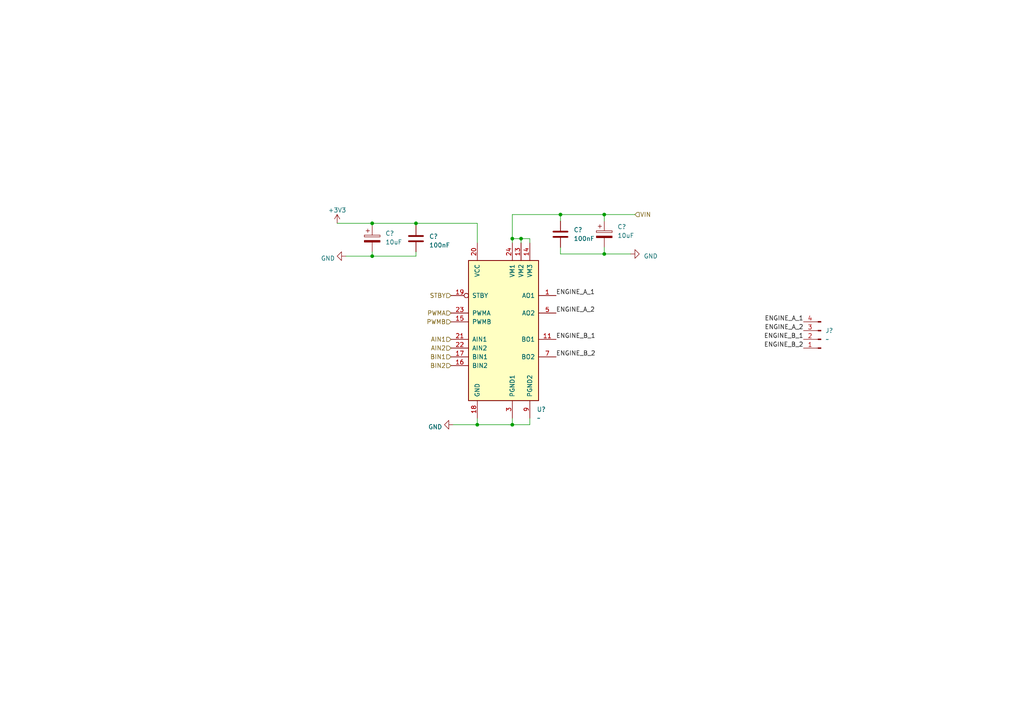
<source format=kicad_sch>
(kicad_sch (version 20230121) (generator eeschema)
  (paper "A4")
  (lib_symbols
    (symbol "Connector:Conn_01x04_Male" (pin_names (offset 1.016) hide)
      (property "Reference" "J" (at 0 5.08 0))
      (property "Value" "Conn_01x04_Male" (at 0 -7.62 0))
      (symbol "Conn_01x04_Male_1_1"
        (polyline (pts (xy 1.27 -5.08) (xy 0.8636 -5.08)) (stroke (width 0.1524)))
        (polyline (pts (xy 1.27 -2.54) (xy 0.8636 -2.54)) (stroke (width 0.1524)))
        (polyline (pts (xy 1.27 0) (xy 0.8636 0)) (stroke (width 0.1524)))
        (polyline (pts (xy 1.27 2.54) (xy 0.8636 2.54)) (stroke (width 0.1524)))
        (rectangle (start 0.8636 -4.953) (end 0 -5.207) (stroke (width 0.1524)) (fill (type outline)))
        (rectangle (start 0.8636 -2.413) (end 0 -2.667) (stroke (width 0.1524)) (fill (type outline)))
        (rectangle (start 0.8636 0.127) (end 0 -0.127) (stroke (width 0.1524)) (fill (type outline)))
        (rectangle (start 0.8636 2.667) (end 0 2.413) (stroke (width 0.1524)) (fill (type outline)))
        (pin passive line (at 5.08 2.54 180) (length 3.81) (name "Pin_1") (number "1"))
        (pin passive line (at 5.08 0 180) (length 3.81) (name "Pin_2") (number "2"))
        (pin passive line (at 5.08 -2.54 180) (length 3.81) (name "Pin_3") (number "3"))
        (pin passive line (at 5.08 -5.08 180) (length 3.81) (name "Pin_4") (number "4"))
      )
    )
    (symbol "Device:C" (pin_numbers hide) (pin_names (offset 0.254))
      (property "Reference" "C" (at 0.635 2.54 0))
      (property "Value" "C" (at 0.635 -2.54 0))
      (symbol "C_0_1"
        (polyline (pts (xy -2.032 -0.762) (xy 2.032 -0.762)) (stroke (width 0.508)))
        (polyline (pts (xy -2.032 0.762) (xy 2.032 0.762)) (stroke (width 0.508)))
      )
      (symbol "C_1_1"
        (pin passive line (at 0 3.81 270) (length 2.794) (name "~") (number "1"))
        (pin passive line (at 0 -3.81 90) (length 2.794) (name "~") (number "2"))
      )
    )
    (symbol "Device:C_Polarized" (pin_numbers hide) (pin_names (offset 0.254))
      (property "Reference" "C" (at 0.635 2.54 0))
      (property "Value" "C_Polarized" (at 0.635 -2.54 0))
      (symbol "C_Polarized_0_1"
        (rectangle (start -2.286 0.508) (end 2.286 1.016))
        (polyline (pts (xy -1.778 2.286) (xy -0.762 2.286)))
        (polyline (pts (xy -1.27 2.794) (xy -1.27 1.778)))
        (rectangle (start 2.286 -0.508) (end -2.286 -1.016) (fill (type outline)))
      )
      (symbol "C_Polarized_1_1"
        (pin passive line (at 0 3.81 270) (length 2.794) (name "~") (number "1"))
        (pin passive line (at 0 -3.81 90) (length 2.794) (name "~") (number "2"))
      )
    )
    (symbol "Driver_Motor:TB6612FNG" (pin_names (offset 1.016))
      (property "Reference" "U" (at 11.43 17.78 0))
      (property "Value" "TB6612FNG" (at 11.43 15.24 0))
      (symbol "TB6612FNG_0_1"
        (rectangle (start -10.16 20.32) (end 10.16 -20.32) (stroke (width 0.254)) (fill (type background)))
      )
      (symbol "TB6612FNG_1_1"
        (pin output line (at 15.24 10.16 180) (length 5.08) (name "AO1") (number "1"))
        (pin passive line (at 7.62 -25.4 90) (length 5.08) hide (name "PGND2") (number "10"))
        (pin output line (at 15.24 -2.54 180) (length 5.08) (name "BO1") (number "11"))
        (pin passive line (at 15.24 -2.54 180) (length 5.08) hide (name "BO1") (number "12"))
        (pin power_in line (at 5.08 25.4 270) (length 5.08) (name "VM2") (number "13"))
        (pin power_in line (at 7.62 25.4 270) (length 5.08) (name "VM3") (number "14"))
        (pin input line (at -15.24 2.54 0) (length 5.08) (name "PWMB") (number "15"))
        (pin input line (at -15.24 -10.16 0) (length 5.08) (name "BIN2") (number "16"))
        (pin input line (at -15.24 -7.62 0) (length 5.08) (name "BIN1") (number "17"))
        (pin power_in line (at -7.62 -25.4 90) (length 5.08) (name "GND") (number "18"))
        (pin input inverted (at -15.24 10.16 0) (length 5.08) (name "STBY") (number "19"))
        (pin passive line (at 15.24 10.16 180) (length 5.08) hide (name "AO1") (number "2"))
        (pin power_in line (at -7.62 25.4 270) (length 5.08) (name "VCC") (number "20"))
        (pin input line (at -15.24 -2.54 0) (length 5.08) (name "AIN1") (number "21"))
        (pin input line (at -15.24 -5.08 0) (length 5.08) (name "AIN2") (number "22"))
        (pin input line (at -15.24 5.08 0) (length 5.08) (name "PWMA") (number "23"))
        (pin power_in line (at 2.54 25.4 270) (length 5.08) (name "VM1") (number "24"))
        (pin power_in line (at 2.54 -25.4 90) (length 5.08) (name "PGND1") (number "3"))
        (pin passive line (at 2.54 -25.4 90) (length 5.08) hide (name "PGND1") (number "4"))
        (pin output line (at 15.24 5.08 180) (length 5.08) (name "AO2") (number "5"))
        (pin passive line (at 15.24 5.08 180) (length 5.08) hide (name "AO2") (number "6"))
        (pin output line (at 15.24 -7.62 180) (length 5.08) (name "BO2") (number "7"))
        (pin passive line (at 15.24 -7.62 180) (length 5.08) hide (name "BO2") (number "8"))
        (pin power_in line (at 7.62 -25.4 90) (length 5.08) (name "PGND2") (number "9"))
      )
    )
    (symbol "power:+3V3" (power) (pin_names (offset 0))
      (property "Value" "+3V3" (at 0 3.556 0))
      (symbol "+3V3_0_1"
        (polyline (pts (xy -0.762 1.27) (xy 0 2.54)))
        (polyline (pts (xy 0 0) (xy 0 2.54)))
        (polyline (pts (xy 0 2.54) (xy 0.762 1.27)))
      )
      (symbol "+3V3_1_1"
        (pin power_in line (at 0 0 90) (length 0) hide (name "+3V3") (number "1"))
      )
    )
    (symbol "power:GND" (power) (pin_names (offset 0))
      (property "Value" "GND" (at 0 -3.81 0))
      (symbol "GND_0_1"
        (polyline (pts (xy 0 0) (xy 0 -1.27) (xy 1.27 -1.27) (xy 0 -2.54) (xy -1.27 -1.27) (xy 0 -1.27)))
      )
      (symbol "GND_1_1"
        (pin power_in line (at 0 0 270) (length 0) hide (name "GND") (number "1"))
      )
    )
  )
  (junction (at 120.65 64.77))
  (junction (at 107.95 74.295))
  (junction (at 175.26 62.23))
  (junction (at 148.59 123.19))
  (junction (at 148.59 69.215))
  (junction (at 107.95 64.77))
  (junction (at 162.56 62.23))
  (junction (at 138.43 123.19))
  (junction (at 151.13 69.215))
  (junction (at 175.26 73.66))
  (wire (pts (xy 153.67 123.19) (xy 153.67 121.285)))
  (wire (pts (xy 107.95 73.025) (xy 107.95 74.295)))
  (wire (pts (xy 162.56 73.66) (xy 175.26 73.66)))
  (wire (pts (xy 148.59 62.23) (xy 162.56 62.23)))
  (wire (pts (xy 138.43 64.77) (xy 138.43 70.485)))
  (wire (pts (xy 162.56 62.23) (xy 162.56 64.135)))
  (wire (pts (xy 162.56 62.23) (xy 175.26 62.23)))
  (wire (pts (xy 151.13 70.485) (xy 151.13 69.215)))
  (wire (pts (xy 175.26 73.66) (xy 182.88 73.66)))
  (wire (pts (xy 138.43 123.19) (xy 148.59 123.19)))
  (wire (pts (xy 107.95 64.77) (xy 120.65 64.77)))
  (wire (pts (xy 107.95 64.77) (xy 107.95 65.405)))
  (wire (pts (xy 151.13 69.215) (xy 148.59 69.215)))
  (wire (pts (xy 175.26 62.23) (xy 184.15 62.23)))
  (wire (pts (xy 175.26 62.23) (xy 175.26 64.135)))
  (wire (pts (xy 120.65 64.77) (xy 120.65 65.405)))
  (wire (pts (xy 148.59 70.485) (xy 148.59 69.215)))
  (wire (pts (xy 120.65 64.77) (xy 138.43 64.77)))
  (wire (pts (xy 107.95 74.295) (xy 120.65 74.295)))
  (wire (pts (xy 148.59 121.285) (xy 148.59 123.19)))
  (wire (pts (xy 153.67 69.215) (xy 151.13 69.215)))
  (wire (pts (xy 131.445 123.19) (xy 138.43 123.19)))
  (wire (pts (xy 120.65 73.025) (xy 120.65 74.295)))
  (wire (pts (xy 100.33 74.295) (xy 107.95 74.295)))
  (wire (pts (xy 138.43 121.285) (xy 138.43 123.19)))
  (wire (pts (xy 175.26 71.755) (xy 175.26 73.66)))
  (wire (pts (xy 162.56 71.755) (xy 162.56 73.66)))
  (wire (pts (xy 153.67 70.485) (xy 153.67 69.215)))
  (wire (pts (xy 97.79 64.77) (xy 107.95 64.77)))
  (wire (pts (xy 148.59 69.215) (xy 148.59 62.23)))
  (wire (pts (xy 148.59 123.19) (xy 153.67 123.19)))
  (label "ENGINE_A_2" (at 161.29 90.805 0))
  (label "ENGINE_A_1" (at 161.29 85.725 0))
  (label "ENGINE_B_2" (at 161.29 103.505 0))
  (label "ENGINE_A_2" (at 233.045 95.885 180))
  (label "ENGINE_B_2" (at 233.045 100.965 180))
  (label "ENGINE_B_1" (at 161.29 98.425 0))
  (label "ENGINE_B_1" (at 233.045 98.425 180))
  (label "ENGINE_A_1" (at 233.045 93.345 180))
  (hierarchical_label "AIN2" (shape input) (at 130.81 100.965 180))
  (hierarchical_label "PWMB" (shape input) (at 130.81 93.345 180))
  (hierarchical_label "PWMA" (shape input) (at 130.81 90.805 180))
  (hierarchical_label "VIN" (shape input) (at 184.15 62.23 0))
  (hierarchical_label "STBY" (shape input) (at 130.81 85.725 180))
  (hierarchical_label "BIN2" (shape input) (at 130.81 106.045 180))
  (hierarchical_label "BIN1" (shape input) (at 130.81 103.505 180))
  (hierarchical_label "AIN1" (shape input) (at 130.81 98.425 180))
  (symbol (lib_id "power:GND") (at 131.445 123.19 270) (unit 1)
    (property "Reference" "#PWR049" (effects hide))
    (property "Value" "GND" (at 128.27 123.825 90) (effects (justify right)))
  )
  (symbol (lib_id "Device:C_Polarized") (at 107.95 69.215 0) (unit 1)
    (property "Reference" "C?" (at 111.76 67.691 0) (effects (justify left)))
    (property "Value" "10uF" (at 111.76 70.231 0) (effects (justify left)))
    (property "Footprint" "Capacitor_SMD:C_0603_1608Metric" (effects hide))
  )
  (symbol (lib_id "power:GND") (at 182.88 73.66 90) (unit 1)
    (property "Reference" "#PWR050" (effects hide))
    (property "Value" "GND" (at 186.69 74.295 90) (effects (justify right)))
  )
  (symbol (lib_id "Device:C_Polarized") (at 175.26 67.945 0) (unit 1)
    (property "Reference" "C?" (at 179.07 65.7859 0) (effects (justify left)))
    (property "Value" "10uF" (at 179.07 68.3259 0) (effects (justify left)))
    (property "Footprint" "Capacitor_SMD:C_0603_1608Metric" (effects hide))
  )
  (symbol (lib_id "Device:C") (at 162.56 67.945 0) (unit 1)
    (property "Reference" "C?" (at 166.37 66.6749 0) (effects (justify left)))
    (property "Value" "100nF" (at 166.37 69.2149 0) (effects (justify left)))
    (property "Footprint" "Capacitor_SMD:C_0603_1608Metric" (effects hide))
  )
  (symbol (lib_id "Connector:Conn_01x04_Male") (at 238.125 98.425 180) (unit 1)
    (property "Reference" "J?" (at 239.395 95.8849 0) (effects (justify right)))
    (property "Value" "~" (at 239.395 98.4249 0) (effects (justify right)))
    (property "Footprint" "Connector_PinHeader_2.54mm:PinHeader_1x04_P2.54mm_Vertical" (effects hide))
  )
  (symbol (lib_id "Device:C") (at 120.65 69.215 0) (unit 1)
    (property "Reference" "C?" (at 124.46 68.58 0) (effects (justify left)))
    (property "Value" "100nF" (at 124.46 71.12 0) (effects (justify left)))
    (property "Footprint" "Capacitor_SMD:C_0603_1608Metric" (effects hide))
  )
  (symbol (lib_id "power:+3V3") (at 97.79 64.77 0) (unit 1)
    (property "Reference" "#PWR047" (effects hide))
    (property "Value" "+3V3" (at 97.79 60.96 0))
  )
  (symbol (lib_id "power:GND") (at 100.33 74.295 270) (unit 1)
    (property "Reference" "#PWR048" (effects hide))
    (property "Value" "GND" (at 97.155 74.93 90) (effects (justify right)))
  )
  (symbol (lib_id "Driver_Motor:TB6612FNG") (at 146.05 95.885 0) (unit 1)
    (property "Reference" "U?" (at 155.6894 118.745 0) (effects (justify left)))
    (property "Value" "~" (at 155.6894 121.285 0) (effects (justify left)))
    (property "Footprint" "Footprints:TB6612FNG_C_8_EL" (effects hide))
    (property "Datasheet" "https://toshiba.semicon-storage.com/us/product/linear/motordriver/detail.TB6612FNG.html" (effects hide))
  )
)
</source>
